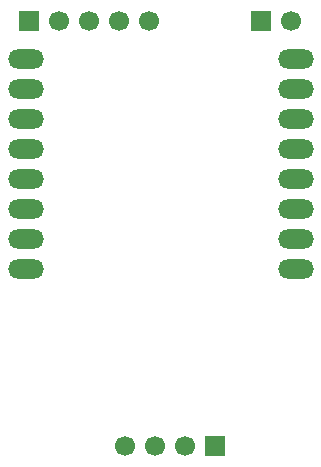
<source format=gbr>
%TF.GenerationSoftware,KiCad,Pcbnew,9.0.3-9.0.3-0~ubuntu24.04.1*%
%TF.CreationDate,2025-09-07T11:30:27-03:00*%
%TF.ProjectId,SvoCamBoardBottom,53766f43-616d-4426-9f61-7264426f7474,rev?*%
%TF.SameCoordinates,Original*%
%TF.FileFunction,Soldermask,Bot*%
%TF.FilePolarity,Negative*%
%FSLAX46Y46*%
G04 Gerber Fmt 4.6, Leading zero omitted, Abs format (unit mm)*
G04 Created by KiCad (PCBNEW 9.0.3-9.0.3-0~ubuntu24.04.1) date 2025-09-07 11:30:27*
%MOMM*%
%LPD*%
G01*
G04 APERTURE LIST*
%ADD10R,1.700000X1.700000*%
%ADD11C,1.700000*%
%ADD12O,3.048800X1.626400*%
G04 APERTURE END LIST*
D10*
%TO.C,J3*%
X145840000Y-71000000D03*
D11*
X148380000Y-71000000D03*
X150920000Y-71000000D03*
X153460000Y-71000000D03*
X156000000Y-71000000D03*
%TD*%
D10*
%TO.C,J2*%
X161580000Y-107000000D03*
D11*
X159040000Y-107000000D03*
X156500000Y-107000000D03*
X153960000Y-107000000D03*
%TD*%
D10*
%TO.C,J1*%
X165460000Y-71000000D03*
D11*
X168000000Y-71000000D03*
%TD*%
D12*
%TO.C,U1*%
X145570000Y-74270000D03*
X145570000Y-76810000D03*
X145570000Y-79350000D03*
X145570000Y-81890000D03*
X145570000Y-84430000D03*
X145570000Y-86970000D03*
X145570000Y-89510000D03*
X145570000Y-92050000D03*
X168430000Y-92050000D03*
X168430000Y-89510000D03*
X168430000Y-86970000D03*
X168430000Y-84430000D03*
X168430000Y-81890000D03*
X168430000Y-79350000D03*
X168430000Y-76810000D03*
X168430000Y-74270000D03*
%TD*%
M02*

</source>
